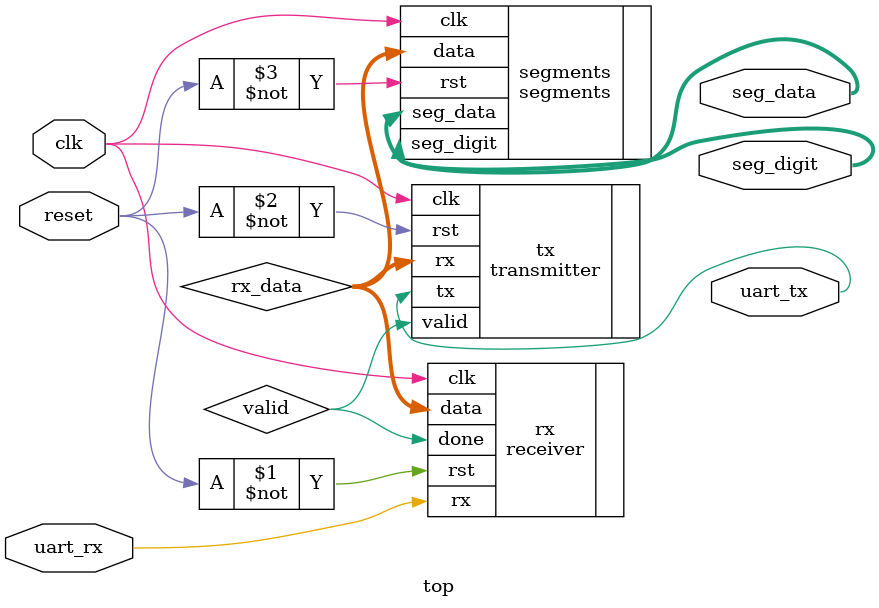
<source format=sv>
module top(
	input 		 clk,
	input 		 reset,
	input 		 uart_rx,
	output 		 uart_tx,
	output [7:0] seg_data,
	output [3:0] seg_digit
	
);
logic [7:0] rx_data;
logic valid;
receiver 	rx (.clk(clk), .rst(~reset), .rx(uart_rx), .data(rx_data), .done(valid)); 
transmitter tx (.clk(clk), .rst(~reset), .rx(rx_data), .tx(uart_tx), .valid(valid)); 
segments segments (.clk(clk), .rst(~reset), .data(rx_data), .seg_data(seg_data), .seg_digit(seg_digit));
endmodule
</source>
